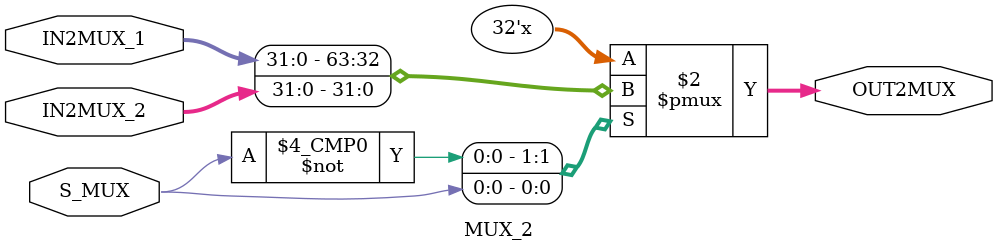
<source format=v>
`timescale 1ns / 1ps

module MUX_2(	IN2MUX_1,IN2MUX_2,OUT2MUX,S_MUX
    );
input  [31:0] IN2MUX_1,IN2MUX_2;
input  S_MUX;
output [31:0] OUT2MUX;
reg    [31:0] OUT2MUX;
always @(S_MUX) begin
	case (S_MUX)
		1'b0: begin #0.01 OUT2MUX=IN2MUX_1; end
		1'b1: begin #0.01 OUT2MUX=IN2MUX_2; end
	endcase	
end 

endmodule
// S_MUX is not a constant => so should be in always block
</source>
